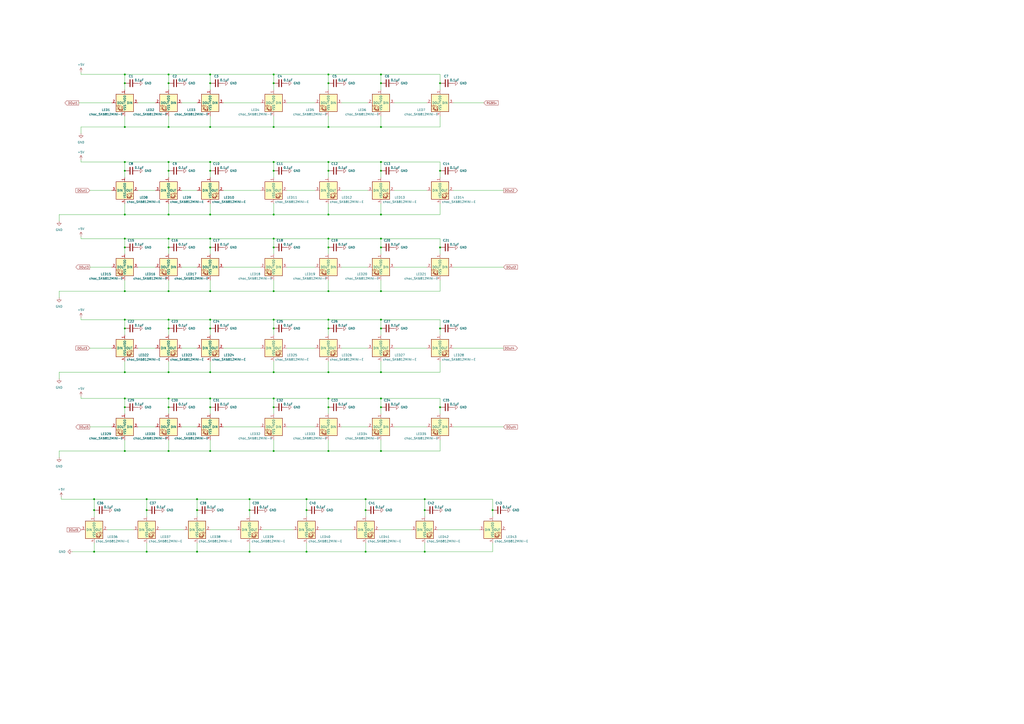
<source format=kicad_sch>
(kicad_sch (version 20231120) (generator "eeschema") (generator_version "8.0")
  (paper "A2")
  (junction (at 255.27 236.22))
  (junction (at 121.92 215.9))
  (junction (at 190.5 168.91))
  (junction (at 220.98 43.18))
  (junction (at 158.75 73.66))
  (junction (at 72.39 231.14))
  (junction (at 121.92 93.98))
  (junction (at 97.79 73.66))
  (junction (at 97.79 168.91))
  (junction (at 72.39 124.46))
  (junction (at 212.09 320.04))
  (junction (at 114.3 295.91))
  (junction (at 158.75 48.26))
  (junction (at 72.39 99.06))
  (junction (at 114.3 320.04))
  (junction (at 246.38 289.56))
  (junction (at 54.61 295.91))
  (junction (at 158.75 190.5))
  (junction (at 97.79 185.42))
  (junction (at 158.75 236.22))
  (junction (at 72.39 168.91))
  (junction (at 97.79 261.62))
  (junction (at 220.98 143.51))
  (junction (at 121.92 124.46))
  (junction (at 85.09 295.91))
  (junction (at 97.79 93.98))
  (junction (at 97.79 124.46))
  (junction (at 190.5 190.5))
  (junction (at 97.79 236.22))
  (junction (at 72.39 43.18))
  (junction (at 158.75 99.06))
  (junction (at 121.92 99.06))
  (junction (at 190.5 138.43))
  (junction (at 220.98 73.66))
  (junction (at 158.75 124.46))
  (junction (at 190.5 143.51))
  (junction (at 190.5 185.42))
  (junction (at 54.61 320.04))
  (junction (at 97.79 231.14))
  (junction (at 158.75 185.42))
  (junction (at 190.5 215.9))
  (junction (at 220.98 168.91))
  (junction (at 121.92 236.22))
  (junction (at 285.75 295.91))
  (junction (at 121.92 231.14))
  (junction (at 72.39 48.26))
  (junction (at 158.75 261.62))
  (junction (at 144.78 320.04))
  (junction (at 177.8 295.91))
  (junction (at 121.92 43.18))
  (junction (at 54.61 289.56))
  (junction (at 158.75 143.51))
  (junction (at 177.8 320.04))
  (junction (at 220.98 215.9))
  (junction (at 220.98 261.62))
  (junction (at 220.98 231.14))
  (junction (at 190.5 124.46))
  (junction (at 121.92 138.43))
  (junction (at 190.5 99.06))
  (junction (at 72.39 143.51))
  (junction (at 97.79 215.9))
  (junction (at 97.79 143.51))
  (junction (at 72.39 215.9))
  (junction (at 85.09 289.56))
  (junction (at 255.27 190.5))
  (junction (at 144.78 295.91))
  (junction (at 158.75 43.18))
  (junction (at 255.27 143.51))
  (junction (at 220.98 93.98))
  (junction (at 246.38 320.04))
  (junction (at 190.5 43.18))
  (junction (at 220.98 236.22))
  (junction (at 220.98 138.43))
  (junction (at 220.98 48.26))
  (junction (at 97.79 99.06))
  (junction (at 190.5 236.22))
  (junction (at 72.39 138.43))
  (junction (at 220.98 190.5))
  (junction (at 144.78 289.56))
  (junction (at 121.92 261.62))
  (junction (at 220.98 185.42))
  (junction (at 220.98 99.06))
  (junction (at 255.27 48.26))
  (junction (at 246.38 295.91))
  (junction (at 72.39 236.22))
  (junction (at 97.79 190.5))
  (junction (at 97.79 138.43))
  (junction (at 72.39 190.5))
  (junction (at 72.39 73.66))
  (junction (at 158.75 168.91))
  (junction (at 158.75 231.14))
  (junction (at 72.39 261.62))
  (junction (at 121.92 190.5))
  (junction (at 72.39 93.98))
  (junction (at 158.75 93.98))
  (junction (at 177.8 289.56))
  (junction (at 190.5 261.62))
  (junction (at 212.09 289.56))
  (junction (at 158.75 215.9))
  (junction (at 255.27 99.06))
  (junction (at 114.3 289.56))
  (junction (at 121.92 143.51))
  (junction (at 190.5 231.14))
  (junction (at 121.92 168.91))
  (junction (at 72.39 185.42))
  (junction (at 121.92 73.66))
  (junction (at 97.79 43.18))
  (junction (at 85.09 320.04))
  (junction (at 97.79 48.26))
  (junction (at 121.92 185.42))
  (junction (at 158.75 138.43))
  (junction (at 212.09 295.91))
  (junction (at 190.5 48.26))
  (junction (at 220.98 124.46))
  (junction (at 121.92 48.26))
  (junction (at 190.5 73.66))
  (junction (at 190.5 93.98))
  (wire (pts (xy 46.99 92.71) (xy 46.99 93.98)))
  (wire (pts (xy 144.78 289.56) (xy 144.78 295.91)))
  (wire (pts (xy 54.61 289.56) (xy 35.56 289.56)))
  (wire (pts (xy 198.12 201.93) (xy 213.36 201.93)))
  (wire (pts (xy 46.99 73.66) (xy 72.39 73.66)))
  (wire (pts (xy 190.5 73.66) (xy 220.98 73.66)))
  (wire (pts (xy 121.92 209.55) (xy 121.92 215.9)))
  (wire (pts (xy 158.75 102.87) (xy 158.75 99.06)))
  (wire (pts (xy 255.27 215.9) (xy 255.27 209.55)))
  (wire (pts (xy 129.54 201.93) (xy 151.13 201.93)))
  (wire (pts (xy 220.98 194.31) (xy 220.98 190.5)))
  (wire (pts (xy 97.79 102.87) (xy 97.79 99.06)))
  (wire (pts (xy 114.3 314.96) (xy 114.3 320.04)))
  (wire (pts (xy 158.75 209.55) (xy 158.75 215.9)))
  (wire (pts (xy 255.27 147.32) (xy 255.27 143.51)))
  (wire (pts (xy 198.12 154.94) (xy 213.36 154.94)))
  (wire (pts (xy 105.41 201.93) (xy 114.3 201.93)))
  (wire (pts (xy 228.6 247.65) (xy 247.65 247.65)))
  (wire (pts (xy 121.92 124.46) (xy 158.75 124.46)))
  (wire (pts (xy 285.75 299.72) (xy 285.75 295.91)))
  (wire (pts (xy 190.5 231.14) (xy 220.98 231.14)))
  (wire (pts (xy 105.41 154.94) (xy 114.3 154.94)))
  (wire (pts (xy 190.5 261.62) (xy 220.98 261.62)))
  (wire (pts (xy 121.92 48.26) (xy 121.92 43.18)))
  (wire (pts (xy 121.92 194.31) (xy 121.92 190.5)))
  (wire (pts (xy 129.54 154.94) (xy 151.13 154.94)))
  (wire (pts (xy 220.98 43.18) (xy 220.98 48.26)))
  (wire (pts (xy 34.29 261.62) (xy 72.39 261.62)))
  (wire (pts (xy 72.39 255.27) (xy 72.39 261.62)))
  (wire (pts (xy 72.39 194.31) (xy 72.39 190.5)))
  (wire (pts (xy 190.5 168.91) (xy 220.98 168.91)))
  (wire (pts (xy 158.75 147.32) (xy 158.75 143.51)))
  (wire (pts (xy 220.98 67.31) (xy 220.98 73.66)))
  (wire (pts (xy 255.27 138.43) (xy 255.27 143.51)))
  (wire (pts (xy 121.92 190.5) (xy 121.92 185.42)))
  (wire (pts (xy 144.78 299.72) (xy 144.78 295.91)))
  (wire (pts (xy 114.3 320.04) (xy 144.78 320.04)))
  (wire (pts (xy 121.92 52.07) (xy 121.92 48.26)))
  (wire (pts (xy 220.98 168.91) (xy 255.27 168.91)))
  (wire (pts (xy 220.98 93.98) (xy 255.27 93.98)))
  (wire (pts (xy 220.98 240.03) (xy 220.98 236.22)))
  (wire (pts (xy 46.99 231.14) (xy 72.39 231.14)))
  (wire (pts (xy 34.29 124.46) (xy 34.29 128.27)))
  (wire (pts (xy 46.99 229.87) (xy 46.99 231.14)))
  (wire (pts (xy 121.92 143.51) (xy 121.92 138.43)))
  (wire (pts (xy 158.75 118.11) (xy 158.75 124.46)))
  (wire (pts (xy 34.29 215.9) (xy 34.29 219.71)))
  (wire (pts (xy 144.78 289.56) (xy 177.8 289.56)))
  (wire (pts (xy 129.54 59.69) (xy 151.13 59.69)))
  (wire (pts (xy 158.75 168.91) (xy 190.5 168.91)))
  (wire (pts (xy 246.38 289.56) (xy 285.75 289.56)))
  (wire (pts (xy 72.39 215.9) (xy 97.79 215.9)))
  (wire (pts (xy 72.39 124.46) (xy 97.79 124.46)))
  (wire (pts (xy 121.92 99.06) (xy 121.92 93.98)))
  (wire (pts (xy 85.09 295.91) (xy 85.09 299.72)))
  (wire (pts (xy 219.71 307.34) (xy 238.76 307.34)))
  (wire (pts (xy 158.75 185.42) (xy 158.75 190.5)))
  (wire (pts (xy 72.39 67.31) (xy 72.39 73.66)))
  (wire (pts (xy 80.01 59.69) (xy 90.17 59.69)))
  (wire (pts (xy 220.98 261.62) (xy 255.27 261.62)))
  (wire (pts (xy 166.37 110.49) (xy 182.88 110.49)))
  (wire (pts (xy 97.79 93.98) (xy 121.92 93.98)))
  (wire (pts (xy 52.07 110.49) (xy 64.77 110.49)))
  (wire (pts (xy 97.79 240.03) (xy 97.79 236.22)))
  (wire (pts (xy 255.27 240.03) (xy 255.27 236.22)))
  (wire (pts (xy 220.98 124.46) (xy 255.27 124.46)))
  (wire (pts (xy 190.5 102.87) (xy 190.5 99.06)))
  (wire (pts (xy 166.37 59.69) (xy 182.88 59.69)))
  (wire (pts (xy 190.5 67.31) (xy 190.5 73.66)))
  (wire (pts (xy 121.92 93.98) (xy 158.75 93.98)))
  (wire (pts (xy 246.38 314.96) (xy 246.38 320.04)))
  (wire (pts (xy 220.98 147.32) (xy 220.98 143.51)))
  (wire (pts (xy 72.39 147.32) (xy 72.39 143.51)))
  (wire (pts (xy 72.39 138.43) (xy 97.79 138.43)))
  (wire (pts (xy 190.5 93.98) (xy 190.5 99.06)))
  (wire (pts (xy 105.41 59.69) (xy 114.3 59.69)))
  (wire (pts (xy 114.3 289.56) (xy 144.78 289.56)))
  (wire (pts (xy 97.79 255.27) (xy 97.79 261.62)))
  (wire (pts (xy 177.8 289.56) (xy 212.09 289.56)))
  (wire (pts (xy 72.39 168.91) (xy 97.79 168.91)))
  (wire (pts (xy 97.79 194.31) (xy 97.79 190.5)))
  (wire (pts (xy 158.75 231.14) (xy 190.5 231.14)))
  (wire (pts (xy 190.5 138.43) (xy 190.5 143.51)))
  (wire (pts (xy 158.75 93.98) (xy 158.75 99.06)))
  (wire (pts (xy 46.99 73.66) (xy 46.99 77.47)))
  (wire (pts (xy 158.75 261.62) (xy 190.5 261.62)))
  (wire (pts (xy 97.79 43.18) (xy 121.92 43.18)))
  (wire (pts (xy 255.27 93.98) (xy 255.27 99.06)))
  (wire (pts (xy 114.3 295.91) (xy 114.3 299.72)))
  (wire (pts (xy 158.75 73.66) (xy 190.5 73.66)))
  (wire (pts (xy 220.98 118.11) (xy 220.98 124.46)))
  (wire (pts (xy 220.98 209.55) (xy 220.98 215.9)))
  (wire (pts (xy 121.92 147.32) (xy 121.92 143.51)))
  (wire (pts (xy 34.29 168.91) (xy 72.39 168.91)))
  (wire (pts (xy 121.92 261.62) (xy 158.75 261.62)))
  (wire (pts (xy 46.99 184.15) (xy 46.99 185.42)))
  (wire (pts (xy 144.78 320.04) (xy 144.78 314.96)))
  (wire (pts (xy 97.79 261.62) (xy 121.92 261.62)))
  (wire (pts (xy 246.38 320.04) (xy 212.09 320.04)))
  (wire (pts (xy 46.99 43.18) (xy 72.39 43.18)))
  (wire (pts (xy 54.61 320.04) (xy 85.09 320.04)))
  (wire (pts (xy 158.75 138.43) (xy 158.75 143.51)))
  (wire (pts (xy 80.01 154.94) (xy 90.17 154.94)))
  (wire (pts (xy 158.75 215.9) (xy 190.5 215.9)))
  (wire (pts (xy 190.5 43.18) (xy 220.98 43.18)))
  (wire (pts (xy 262.89 59.69) (xy 280.67 59.69)))
  (wire (pts (xy 220.98 138.43) (xy 220.98 143.51)))
  (wire (pts (xy 198.12 247.65) (xy 213.36 247.65)))
  (wire (pts (xy 190.5 124.46) (xy 220.98 124.46)))
  (wire (pts (xy 85.09 320.04) (xy 114.3 320.04)))
  (wire (pts (xy 72.39 143.51) (xy 72.39 138.43)))
  (wire (pts (xy 158.75 93.98) (xy 190.5 93.98)))
  (wire (pts (xy 177.8 320.04) (xy 144.78 320.04)))
  (wire (pts (xy 212.09 314.96) (xy 212.09 320.04)))
  (wire (pts (xy 228.6 201.93) (xy 247.65 201.93)))
  (wire (pts (xy 34.29 215.9) (xy 72.39 215.9)))
  (wire (pts (xy 72.39 99.06) (xy 72.39 93.98)))
  (wire (pts (xy 198.12 110.49) (xy 213.36 110.49)))
  (wire (pts (xy 220.98 215.9) (xy 255.27 215.9)))
  (wire (pts (xy 158.75 67.31) (xy 158.75 73.66)))
  (wire (pts (xy 72.39 102.87) (xy 72.39 99.06)))
  (wire (pts (xy 80.01 110.49) (xy 90.17 110.49)))
  (wire (pts (xy 158.75 255.27) (xy 158.75 261.62)))
  (wire (pts (xy 34.29 261.62) (xy 34.29 265.43)))
  (wire (pts (xy 220.98 43.18) (xy 255.27 43.18)))
  (wire (pts (xy 46.99 138.43) (xy 72.39 138.43)))
  (wire (pts (xy 190.5 93.98) (xy 220.98 93.98)))
  (wire (pts (xy 185.42 307.34) (xy 204.47 307.34)))
  (wire (pts (xy 129.54 110.49) (xy 151.13 110.49)))
  (wire (pts (xy 97.79 190.5) (xy 97.79 185.42)))
  (wire (pts (xy 262.89 247.65) (xy 292.1 247.65)))
  (wire (pts (xy 190.5 138.43) (xy 220.98 138.43)))
  (wire (pts (xy 121.92 231.14) (xy 158.75 231.14)))
  (wire (pts (xy 158.75 185.42) (xy 190.5 185.42)))
  (wire (pts (xy 190.5 185.42) (xy 190.5 190.5)))
  (wire (pts (xy 121.92 102.87) (xy 121.92 99.06)))
  (wire (pts (xy 46.99 93.98) (xy 72.39 93.98)))
  (wire (pts (xy 255.27 52.07) (xy 255.27 48.26)))
  (wire (pts (xy 85.09 289.56) (xy 114.3 289.56)))
  (wire (pts (xy 97.79 147.32) (xy 97.79 143.51)))
  (wire (pts (xy 255.27 73.66) (xy 255.27 67.31)))
  (wire (pts (xy 262.89 154.94) (xy 292.1 154.94)))
  (wire (pts (xy 212.09 289.56) (xy 246.38 289.56)))
  (wire (pts (xy 97.79 67.31) (xy 97.79 73.66)))
  (wire (pts (xy 158.75 43.18) (xy 158.75 48.26)))
  (wire (pts (xy 220.98 255.27) (xy 220.98 261.62)))
  (wire (pts (xy 97.79 168.91) (xy 121.92 168.91)))
  (wire (pts (xy 190.5 215.9) (xy 220.98 215.9)))
  (wire (pts (xy 121.92 215.9) (xy 158.75 215.9)))
  (wire (pts (xy 97.79 231.14) (xy 121.92 231.14)))
  (wire (pts (xy 121.92 162.56) (xy 121.92 168.91)))
  (wire (pts (xy 72.39 236.22) (xy 72.39 231.14)))
  (wire (pts (xy 220.98 138.43) (xy 255.27 138.43)))
  (wire (pts (xy 285.75 289.56) (xy 285.75 295.91)))
  (wire (pts (xy 158.75 124.46) (xy 190.5 124.46)))
  (wire (pts (xy 72.39 162.56) (xy 72.39 168.91)))
  (wire (pts (xy 262.89 110.49) (xy 292.1 110.49)))
  (wire (pts (xy 285.75 314.96) (xy 285.75 320.04)))
  (wire (pts (xy 190.5 231.14) (xy 190.5 236.22)))
  (wire (pts (xy 158.75 194.31) (xy 158.75 190.5)))
  (wire (pts (xy 72.39 209.55) (xy 72.39 215.9)))
  (wire (pts (xy 121.92 185.42) (xy 158.75 185.42)))
  (wire (pts (xy 255.27 43.18) (xy 255.27 48.26)))
  (wire (pts (xy 190.5 194.31) (xy 190.5 190.5)))
  (wire (pts (xy 152.4 307.34) (xy 170.18 307.34)))
  (wire (pts (xy 72.39 190.5) (xy 72.39 185.42)))
  (wire (pts (xy 105.41 110.49) (xy 114.3 110.49)))
  (wire (pts (xy 121.92 73.66) (xy 158.75 73.66)))
  (wire (pts (xy 35.56 289.56) (xy 35.56 288.29)))
  (wire (pts (xy 54.61 295.91) (xy 54.61 299.72)))
  (wire (pts (xy 72.39 231.14) (xy 97.79 231.14)))
  (wire (pts (xy 228.6 110.49) (xy 247.65 110.49)))
  (wire (pts (xy 97.79 52.07) (xy 97.79 48.26)))
  (wire (pts (xy 190.5 118.11) (xy 190.5 124.46)))
  (wire (pts (xy 255.27 168.91) (xy 255.27 162.56)))
  (wire (pts (xy 72.39 52.07) (xy 72.39 48.26)))
  (wire (pts (xy 121.92 307.34) (xy 137.16 307.34)))
  (wire (pts (xy 255.27 102.87) (xy 255.27 99.06)))
  (wire (pts (xy 255.27 185.42) (xy 255.27 190.5)))
  (wire (pts (xy 72.39 118.11) (xy 72.39 124.46)))
  (wire (pts (xy 220.98 185.42) (xy 255.27 185.42)))
  (wire (pts (xy 97.79 138.43) (xy 121.92 138.43)))
  (wire (pts (xy 262.89 201.93) (xy 292.1 201.93)))
  (wire (pts (xy 190.5 185.42) (xy 220.98 185.42)))
  (wire (pts (xy 97.79 185.42) (xy 121.92 185.42)))
  (wire (pts (xy 212.09 289.56) (xy 212.09 295.91)))
  (wire (pts (xy 220.98 231.14) (xy 255.27 231.14)))
  (wire (pts (xy 121.92 255.27) (xy 121.92 261.62)))
  (wire (pts (xy 220.98 73.66) (xy 255.27 73.66)))
  (wire (pts (xy 212.09 299.72) (xy 212.09 295.91)))
  (wire (pts (xy 166.37 154.94) (xy 182.88 154.94)))
  (wire (pts (xy 190.5 52.07) (xy 190.5 48.26)))
  (wire (pts (xy 97.79 124.46) (xy 121.92 124.46)))
  (wire (pts (xy 72.39 240.03) (xy 72.39 236.22)))
  (wire (pts (xy 228.6 154.94) (xy 247.65 154.94)))
  (wire (pts (xy 121.92 168.91) (xy 158.75 168.91)))
  (wire (pts (xy 97.79 48.26) (xy 97.79 43.18)))
  (wire (pts (xy 285.75 320.04) (xy 246.38 320.04)))
  (wire (pts (xy 190.5 162.56) (xy 190.5 168.91)))
  (wire (pts (xy 177.8 299.72) (xy 177.8 295.91)))
  (wire (pts (xy 80.01 247.65) (xy 90.17 247.65)))
  (wire (pts (xy 121.92 118.11) (xy 121.92 124.46)))
  (wire (pts (xy 190.5 255.27) (xy 190.5 261.62)))
  (wire (pts (xy 228.6 59.69) (xy 247.65 59.69)))
  (wire (pts (xy 46.99 41.91) (xy 46.99 43.18)))
  (wire (pts (xy 121.92 240.03) (xy 121.92 236.22)))
  (wire (pts (xy 72.39 93.98) (xy 97.79 93.98)))
  (wire (pts (xy 190.5 209.55) (xy 190.5 215.9)))
  (wire (pts (xy 92.71 307.34) (xy 106.68 307.34)))
  (wire (pts (xy 190.5 147.32) (xy 190.5 143.51)))
  (wire (pts (xy 177.8 289.56) (xy 177.8 295.91)))
  (wire (pts (xy 190.5 240.03) (xy 190.5 236.22)))
  (wire (pts (xy 255.27 194.31) (xy 255.27 190.5)))
  (wire (pts (xy 54.61 295.91) (xy 54.61 289.56)))
  (wire (pts (xy 255.27 231.14) (xy 255.27 236.22)))
  (wire (pts (xy 52.07 154.94) (xy 64.77 154.94)))
  (wire (pts (xy 54.61 314.96) (xy 54.61 320.04)))
  (wire (pts (xy 129.54 247.65) (xy 151.13 247.65)))
  (wire (pts (xy 80.01 201.93) (xy 90.17 201.93)))
  (wire (pts (xy 54.61 289.56) (xy 85.09 289.56)))
  (wire (pts (xy 158.75 162.56) (xy 158.75 168.91)))
  (wire (pts (xy 220.98 185.42) (xy 220.98 190.5)))
  (wire (pts (xy 255.27 261.62) (xy 255.27 255.27)))
  (wire (pts (xy 72.39 73.66) (xy 97.79 73.66)))
  (wire (pts (xy 72.39 48.26) (xy 72.39 43.18)))
  (wire (pts (xy 105.41 247.65) (xy 114.3 247.65)))
  (wire (pts (xy 158.75 52.07) (xy 158.75 48.26)))
  (wire (pts (xy 97.79 73.66) (xy 121.92 73.66)))
  (wire (pts (xy 46.99 137.16) (xy 46.99 138.43)))
  (wire (pts (xy 190.5 43.18) (xy 190.5 48.26)))
  (wire (pts (xy 246.38 289.56) (xy 246.38 295.91)))
  (wire (pts (xy 166.37 247.65) (xy 182.88 247.65)))
  (wire (pts (xy 52.07 201.93) (xy 64.77 201.93)))
  (wire (pts (xy 72.39 185.42) (xy 97.79 185.42)))
  (wire (pts (xy 212.09 320.04) (xy 177.8 320.04)))
  (wire (pts (xy 220.98 93.98) (xy 220.98 99.06)))
  (wire (pts (xy 34.29 168.91) (xy 34.29 172.72)))
  (wire (pts (xy 158.75 138.43) (xy 190.5 138.43)))
  (wire (pts (xy 166.37 201.93) (xy 182.88 201.93)))
  (wire (pts (xy 246.38 299.72) (xy 246.38 295.91)))
  (wire (pts (xy 220.98 102.87) (xy 220.98 99.06)))
  (wire (pts (xy 254 307.34) (xy 278.13 307.34)))
  (wire (pts (xy 54.61 320.04) (xy 41.91 320.04)))
  (wire (pts (xy 114.3 289.56) (xy 114.3 295.91)))
  (wire (pts (xy 121.92 138.43) (xy 158.75 138.43)))
  (wire (pts (xy 97.79 99.06) (xy 97.79 93.98)))
  (wire (pts (xy 158.75 43.18) (xy 190.5 43.18)))
  (wire (pts (xy 220.98 231.14) (xy 220.98 236.22)))
  (wire (pts (xy 255.27 124.46) (xy 255.27 118.11)))
  (wire (pts (xy 72.39 43.18) (xy 97.79 43.18)))
  (wire (pts (xy 97.79 143.51) (xy 97.79 138.43)))
  (wire (pts (xy 97.79 118.11) (xy 97.79 124.46)))
  (wire (pts (xy 46.99 185.42) (xy 72.39 185.42)))
  (wire (pts (xy 97.79 162.56) (xy 97.79 168.91)))
  (wire (pts (xy 177.8 314.96) (xy 177.8 320.04)))
  (wire (pts (xy 85.09 314.96) (xy 85.09 320.04)))
  (wire (pts (xy 158.75 231.14) (xy 158.75 236.22)))
  (wire (pts (xy 121.92 236.22) (xy 121.92 231.14)))
  (wire (pts (xy 97.79 215.9) (xy 121.92 215.9)))
  (wire (pts (xy 34.29 124.46) (xy 72.39 124.46)))
  (wire (pts (xy 52.07 247.65) (xy 64.77 247.65)))
  (wire (pts (xy 97.79 209.55) (xy 97.79 215.9)))
  (wire (pts (xy 97.79 236.22) (xy 97.79 231.14)))
  (wire (pts (xy 45.72 59.69) (xy 64.77 59.69)))
  (wire (pts (xy 220.98 52.07) (xy 220.98 48.26)))
  (wire (pts (xy 158.75 240.03) (xy 158.75 236.22)))
  (wire (pts (xy 72.39 261.62) (xy 97.79 261.62)))
  (wire (pts (xy 220.98 162.56) (xy 220.98 168.91)))
  (wire (pts (xy 121.92 43.18) (xy 158.75 43.18)))
  (wire (pts (xy 62.23 307.34) (xy 77.47 307.34)))
  (wire (pts (xy 85.09 289.56) (xy 85.09 295.91)))
  (wire (pts (xy 198.12 59.69) (xy 213.36 59.69)))
  (wire (pts (xy 121.92 67.31) (xy 121.92 73.66)))
  (global_label "DOut2" (shape output) (at 292.1 110.49 0) (property "Intersheetrefs" "${INTERSHEET_REFS}" (effects (hide yes))))
  (global_label "RGB5v" (shape input) (at 280.67 59.69 0) (property "Intersheetrefs" "${INTERSHEET_REFS}" (effects (hide yes))))
  (global_label "DOut1" (shape output) (at 45.72 59.69 180) (property "Intersheetrefs" "${INTERSHEET_REFS}" (effects (hide yes))))
  (global_label "DOut5" (shape output) (at 52.07 247.65 180) (property "Intersheetrefs" "${INTERSHEET_REFS}" (effects (hide yes))))
  (global_label "DOut1" (shape input) (at 52.07 110.49 180) (property "Intersheetrefs" "${INTERSHEET_REFS}" (effects (hide yes))))
  (global_label "DOut5" (shape input) (at 46.99 307.34 180) (property "Intersheetrefs" "${INTERSHEET_REFS}" (effects (hide yes))))
  (global_label "DOut2" (shape input) (at 292.1 154.94 0) (property "Intersheetrefs" "${INTERSHEET_REFS}" (effects (hide yes))))
  (global_label "DOut3" (shape output) (at 52.07 154.94 180) (property "Intersheetrefs" "${INTERSHEET_REFS}" (effects (hide yes))))
  (global_label "DOut4" (shape output) (at 292.1 201.93 0) (property "Intersheetrefs" "${INTERSHEET_REFS}" (effects (hide yes))))
  (global_label "DOut3" (shape input) (at 52.07 201.93 180) (property "Intersheetrefs" "${INTERSHEET_REFS}" (effects (hide yes))))
  (global_label "DOut4" (shape input) (at 292.1 247.65 0) (property "Intersheetrefs" "${INTERSHEET_REFS}" (effects (hide yes))))
  (symbol (lib_id "power:GND") (at 198.12 143.51 90) (unit 1)
    (property "Reference" "#PWR039" (effects (hide yes)))
    (property "Value" "GND" (at 201.93 143.5099 90) (effects (justify right)))
    (property "Description" "Power symbol creates a global label with name \"GND\" , ground" (effects (hide yes)))
  )
  (symbol (lib_id "PCM_marbastlib-choc:choc_SK6812MINI-E") (at 255.27 201.93 0) (unit 1)
    (property "Reference" "LED28" (at 266.192 205.994 0))
    (property "Value" "choc_SK6812MINI-E" (at 266.192 208.534 0))
    (property "Footprint" "PCM_marbastlib-choc:LED_choc_6028R" (effects (hide yes)))
    (property "Description" "Reverse mount adressable LED (WS2812 protocol)" (effects (hide yes)))
  )
  (symbol (lib_id "power:GND") (at 228.6 99.06 90) (unit 1)
    (property "Reference" "#PWR031" (effects (hide yes)))
    (property "Value" "GND" (at 232.41 99.0599 90) (effects (justify right)))
    (property "Description" "Power symbol creates a global label with name \"GND\" , ground" (effects (hide yes)))
  )
  (symbol (lib_id "PCM_marbastlib-choc:choc_SK6812MINI-E") (at 121.92 247.65 0) (mirror y) (unit 1)
    (property "Reference" "LED31" (at 110.998 251.714 0))
    (property "Value" "choc_SK6812MINI-E" (at 110.998 254.254 0))
    (property "Footprint" "PCM_marbastlib-choc:LED_choc_6028R" (effects (hide yes)))
    (property "Description" "Reverse mount adressable LED (WS2812 protocol)" (effects (hide yes)))
  )
  (symbol (lib_id "Device:C") (at 224.79 99.06 90) (unit 1)
    (property "Reference" "C13" (at 224.536 94.996 90))
    (property "Value" "0.1uF" (at 229.362 97.282 90))
    (property "Footprint" "Capacitor_SMD:C_0402_1005Metric" (effects (hide yes)))
    (property "Description" "Unpolarized capacitor" (effects (hide yes)))
  )
  (symbol (lib_id "Device:C") (at 148.59 295.91 90) (unit 1)
    (property "Reference" "C39" (at 148.336 291.846 90))
    (property "Value" "0.1uF" (at 153.162 294.132 90))
    (property "Footprint" "Capacitor_SMD:C_0402_1005Metric" (effects (hide yes)))
    (property "Description" "Unpolarized capacitor" (effects (hide yes)))
  )
  (symbol (lib_id "power:GND") (at 152.4 295.91 90) (unit 1)
    (property "Reference" "#PWR079" (effects (hide yes)))
    (property "Value" "GND" (at 156.21 295.9099 90) (effects (justify right)))
    (property "Description" "Power symbol creates a global label with name \"GND\" , ground" (effects (hide yes)))
  )
  (symbol (lib_id "PCM_marbastlib-choc:choc_SK6812MINI-E") (at 158.75 110.49 0) (unit 1)
    (property "Reference" "LED11" (at 169.418 114.554 0))
    (property "Value" "choc_SK6812MINI-E" (at 169.418 117.094 0))
    (property "Footprint" "PCM_marbastlib-choc:LED_choc_6028R" (effects (hide yes)))
    (property "Description" "Reverse mount adressable LED (WS2812 protocol)" (effects (hide yes)))
  )
  (symbol (lib_id "Device:C") (at 118.11 295.91 90) (unit 1)
    (property "Reference" "C38" (at 117.856 291.846 90))
    (property "Value" "0.1uF" (at 122.682 294.132 90))
    (property "Footprint" "Capacitor_SMD:C_0402_1005Metric" (effects (hide yes)))
    (property "Description" "Unpolarized capacitor" (effects (hide yes)))
  )
  (symbol (lib_id "PCM_marbastlib-choc:choc_SK6812MINI-E") (at 114.3 307.34 0) (unit 1)
    (property "Reference" "LED38" (at 124.968 311.404 0))
    (property "Value" "choc_SK6812MINI-E" (at 124.968 313.944 0))
    (property "Footprint" "PCM_marbastlib-choc:LED_choc_6028R" (effects (hide yes)))
    (property "Description" "Reverse mount adressable LED (WS2812 protocol)" (effects (hide yes)))
  )
  (symbol (lib_id "PCM_marbastlib-choc:choc_SK6812MINI-E") (at 158.75 59.69 0) (mirror y) (unit 1)
    (property "Reference" "LED4" (at 148.082 63.754 0))
    (property "Value" "choc_SK6812MINI-E" (at 148.082 66.294 0))
    (property "Footprint" "PCM_marbastlib-choc:LED_choc_6028R" (effects (hide yes)))
    (property "Description" "Reverse mount adressable LED (WS2812 protocol)" (effects (hide yes)))
  )
  (symbol (lib_id "Device:C") (at 162.56 143.51 90) (unit 1)
    (property "Reference" "C18" (at 162.306 139.446 90))
    (property "Value" "0.1uF" (at 167.132 141.732 90))
    (property "Footprint" "Capacitor_SMD:C_0402_1005Metric" (effects (hide yes)))
    (property "Description" "Unpolarized capacitor" (effects (hide yes)))
  )
  (symbol (lib_id "power:GND") (at 80.01 99.06 90) (unit 1)
    (property "Reference" "#PWR026" (effects (hide yes)))
    (property "Value" "GND" (at 83.82 99.0599 90) (effects (justify right)))
    (property "Description" "Power symbol creates a global label with name \"GND\" , ground" (effects (hide yes)))
  )
  (symbol (lib_id "power:GND") (at 105.41 190.5 90) (unit 1)
    (property "Reference" "#PWR045" (effects (hide yes)))
    (property "Value" "GND" (at 109.22 190.4999 90) (effects (justify right)))
    (property "Description" "Power symbol creates a global label with name \"GND\" , ground" (effects (hide yes)))
  )
  (symbol (lib_id "PCM_marbastlib-choc:choc_SK6812MINI-E") (at 97.79 59.69 0) (mirror y) (unit 1)
    (property "Reference" "LED2" (at 87.122 63.754 0))
    (property "Value" "choc_SK6812MINI-E" (at 87.122 66.294 0))
    (property "Footprint" "PCM_marbastlib-choc:LED_choc_6028R" (effects (hide yes)))
    (property "Description" "Reverse mount adressable LED (WS2812 protocol)" (effects (hide yes)))
  )
  (symbol (lib_id "PCM_marbastlib-choc:choc_SK6812MINI-E") (at 255.27 110.49 0) (unit 1)
    (property "Reference" "LED14" (at 266.192 114.554 0))
    (property "Value" "choc_SK6812MINI-E" (at 266.192 117.094 0))
    (property "Footprint" "PCM_marbastlib-choc:LED_choc_6028R" (effects (hide yes)))
    (property "Description" "Reverse mount adressable LED (WS2812 protocol)" (effects (hide yes)))
  )
  (symbol (lib_id "Device:C") (at 76.2 143.51 90) (unit 1)
    (property "Reference" "C15" (at 75.946 139.446 90))
    (property "Value" "0.1uF" (at 80.772 141.732 90))
    (property "Footprint" "Capacitor_SMD:C_0402_1005Metric" (effects (hide yes)))
    (property "Description" "Unpolarized capacitor" (effects (hide yes)))
  )
  (symbol (lib_id "power:GND") (at 198.12 48.26 90) (unit 1)
    (property "Reference" "#PWR021" (effects (hide yes)))
    (property "Value" "GND" (at 201.93 48.2599 90) (effects (justify right)))
    (property "Description" "Power symbol creates a global label with name \"GND\" , ground" (effects (hide yes)))
  )
  (symbol (lib_id "Device:C") (at 250.19 295.91 90) (unit 1)
    (property "Reference" "C42" (at 249.936 291.846 90))
    (property "Value" "0.1uF" (at 254.762 294.132 90))
    (property "Footprint" "Capacitor_SMD:C_0402_1005Metric" (effects (hide yes)))
    (property "Description" "Unpolarized capacitor" (effects (hide yes)))
  )
  (symbol (lib_id "Device:C") (at 259.08 99.06 90) (unit 1)
    (property "Reference" "C14" (at 258.826 94.996 90))
    (property "Value" "0.1uF" (at 263.652 97.282 90))
    (property "Footprint" "Capacitor_SMD:C_0402_1005Metric" (effects (hide yes)))
    (property "Description" "Unpolarized capacitor" (effects (hide yes)))
  )
  (symbol (lib_id "power:GND") (at 92.71 295.91 90) (unit 1)
    (property "Reference" "#PWR077" (effects (hide yes)))
    (property "Value" "GND" (at 96.52 295.9099 90) (effects (justify right)))
    (property "Description" "Power symbol creates a global label with name \"GND\" , ground" (effects (hide yes)))
  )
  (symbol (lib_id "power:GND") (at 254 295.91 90) (unit 1)
    (property "Reference" "#PWR084" (effects (hide yes)))
    (property "Value" "GND" (at 257.81 295.9099 90) (effects (justify right)))
    (property "Description" "Power symbol creates a global label with name \"GND\" , ground" (effects (hide yes)))
  )
  (symbol (lib_id "Device:C") (at 194.31 48.26 90) (unit 1)
    (property "Reference" "C5" (at 194.056 44.196 90))
    (property "Value" "0.1uF" (at 198.882 46.482 90))
    (property "Footprint" "Capacitor_SMD:C_0402_1005Metric" (effects (hide yes)))
    (property "Description" "Unpolarized capacitor" (effects (hide yes)))
  )
  (symbol (lib_id "Device:C") (at 101.6 143.51 90) (unit 1)
    (property "Reference" "C16" (at 101.346 139.446 90))
    (property "Value" "0.1uF" (at 106.172 141.732 90))
    (property "Footprint" "Capacitor_SMD:C_0402_1005Metric" (effects (hide yes)))
    (property "Description" "Unpolarized capacitor" (effects (hide yes)))
  )
  (symbol (lib_id "power:GND") (at 262.89 48.26 90) (unit 1)
    (property "Reference" "#PWR023" (effects (hide yes)))
    (property "Value" "GND" (at 266.7 48.2599 90) (effects (justify right)))
    (property "Description" "Power symbol creates a global label with name \"GND\" , ground" (effects (hide yes)))
  )
  (symbol (lib_id "power:GND") (at 166.37 48.26 90) (unit 1)
    (property "Reference" "#PWR020" (effects (hide yes)))
    (property "Value" "GND" (at 170.18 48.2599 90) (effects (justify right)))
    (property "Description" "Power symbol creates a global label with name \"GND\" , ground" (effects (hide yes)))
  )
  (symbol (lib_id "Device:C") (at 58.42 295.91 90) (unit 1)
    (property "Reference" "C36" (at 58.166 291.846 90))
    (property "Value" "0.1uF" (at 62.992 294.132 90))
    (property "Footprint" "Capacitor_SMD:C_0402_1005Metric" (effects (hide yes)))
    (property "Description" "Unpolarized capacitor" (effects (hide yes)))
  )
  (symbol (lib_id "power:GND") (at 80.01 48.26 90) (unit 1)
    (property "Reference" "#PWR017" (effects (hide yes)))
    (property "Value" "GND" (at 83.82 48.2599 90) (effects (justify right)))
    (property "Description" "Power symbol creates a global label with name \"GND\" , ground" (effects (hide yes)))
  )
  (symbol (lib_id "power:GND") (at 34.29 219.71 0) (unit 1)
    (property "Reference" "#PWR051" (effects (hide yes)))
    (property "Value" "GND" (at 34.29 224.79 0))
    (property "Description" "Power symbol creates a global label with name \"GND\" , ground" (effects (hide yes)))
  )
  (symbol (lib_id "PCM_marbastlib-choc:choc_SK6812MINI-E") (at 97.79 110.49 0) (unit 1)
    (property "Reference" "LED9" (at 108.458 114.554 0))
    (property "Value" "choc_SK6812MINI-E" (at 108.458 117.094 0))
    (property "Footprint" "PCM_marbastlib-choc:LED_choc_6028R" (effects (hide yes)))
    (property "Description" "Reverse mount adressable LED (WS2812 protocol)" (effects (hide yes)))
  )
  (symbol (lib_id "power:GND") (at 62.23 295.91 90) (unit 1)
    (property "Reference" "#PWR076" (effects (hide yes)))
    (property "Value" "GND" (at 66.04 295.9099 90) (effects (justify right)))
    (property "Description" "Power symbol creates a global label with name \"GND\" , ground" (effects (hide yes)))
  )
  (symbol (lib_id "power:GND") (at 198.12 99.06 90) (unit 1)
    (property "Reference" "#PWR030" (effects (hide yes)))
    (property "Value" "GND" (at 201.93 99.0599 90) (effects (justify right)))
    (property "Description" "Power symbol creates a global label with name \"GND\" , ground" (effects (hide yes)))
  )
  (symbol (lib_id "PCM_marbastlib-choc:choc_SK6812MINI-E") (at 220.98 110.49 0) (unit 1)
    (property "Reference" "LED13" (at 231.902 114.554 0))
    (property "Value" "choc_SK6812MINI-E" (at 231.902 117.094 0))
    (property "Footprint" "PCM_marbastlib-choc:LED_choc_6028R" (effects (hide yes)))
    (property "Description" "Reverse mount adressable LED (WS2812 protocol)" (effects (hide yes)))
  )
  (symbol (lib_id "Device:C") (at 162.56 236.22 90) (unit 1)
    (property "Reference" "C32" (at 162.306 232.156 90))
    (property "Value" "0.1uF" (at 167.132 234.442 90))
    (property "Footprint" "Capacitor_SMD:C_0402_1005Metric" (effects (hide yes)))
    (property "Description" "Unpolarized capacitor" (effects (hide yes)))
  )
  (symbol (lib_id "power:GND") (at 262.89 236.22 90) (unit 1)
    (property "Reference" "#PWR059" (effects (hide yes)))
    (property "Value" "GND" (at 266.7 236.2199 90) (effects (justify right)))
    (property "Description" "Power symbol creates a global label with name \"GND\" , ground" (effects (hide yes)))
  )
  (symbol (lib_id "PCM_marbastlib-choc:choc_SK6812MINI-E") (at 177.8 307.34 0) (unit 1)
    (property "Reference" "LED40" (at 188.722 311.404 0))
    (property "Value" "choc_SK6812MINI-E" (at 188.722 313.944 0))
    (property "Footprint" "PCM_marbastlib-choc:LED_choc_6028R" (effects (hide yes)))
    (property "Description" "Reverse mount adressable LED (WS2812 protocol)" (effects (hide yes)))
  )
  (symbol (lib_id "PCM_marbastlib-choc:choc_SK6812MINI-E") (at 121.92 110.49 0) (unit 1)
    (property "Reference" "LED10" (at 132.842 114.554 0))
    (property "Value" "choc_SK6812MINI-E" (at 132.842 117.094 0))
    (property "Footprint" "PCM_marbastlib-choc:LED_choc_6028R" (effects (hide yes)))
    (property "Description" "Reverse mount adressable LED (WS2812 protocol)" (effects (hide yes)))
  )
  (symbol (lib_id "power:GND") (at 129.54 143.51 90) (unit 1)
    (property "Reference" "#PWR037" (effects (hide yes)))
    (property "Value" "GND" (at 133.35 143.5099 90) (effects (justify right)))
    (property "Description" "Power symbol creates a global label with name \"GND\" , ground" (effects (hide yes)))
  )
  (symbol (lib_id "power:GND") (at 105.41 48.26 90) (unit 1)
    (property "Reference" "#PWR018" (effects (hide yes)))
    (property "Value" "GND" (at 109.22 48.2599 90) (effects (justify right)))
    (property "Description" "Power symbol creates a global label with name \"GND\" , ground" (effects (hide yes)))
  )
  (symbol (lib_id "PCM_marbastlib-choc:choc_SK6812MINI-E") (at 220.98 154.94 0) (mirror y) (unit 1)
    (property "Reference" "LED20" (at 210.058 159.004 0))
    (property "Value" "choc_SK6812MINI-E" (at 210.058 161.544 0))
    (property "Footprint" "PCM_marbastlib-choc:LED_choc_6028R" (effects (hide yes)))
    (property "Description" "Reverse mount adressable LED (WS2812 protocol)" (effects (hide yes)))
  )
  (symbol (lib_id "power:GND") (at 293.37 295.91 90) (unit 1)
    (property "Reference" "#PWR085" (effects (hide yes)))
    (property "Value" "GND" (at 297.18 295.9099 90) (effects (justify right)))
    (property "Description" "Power symbol creates a global label with name \"GND\" , ground" (effects (hide yes)))
  )
  (symbol (lib_id "PCM_marbastlib-choc:choc_SK6812MINI-E") (at 158.75 201.93 0) (unit 1)
    (property "Reference" "LED25" (at 169.418 205.994 0))
    (property "Value" "choc_SK6812MINI-E" (at 169.418 208.534 0))
    (property "Footprint" "PCM_marbastlib-choc:LED_choc_6028R" (effects (hide yes)))
    (property "Description" "Reverse mount adressable LED (WS2812 protocol)" (effects (hide yes)))
  )
  (symbol (lib_id "power:GND") (at 185.42 295.91 90) (unit 1)
    (property "Reference" "#PWR082" (effects (hide yes)))
    (property "Value" "GND" (at 189.23 295.9099 90) (effects (justify right)))
    (property "Description" "Power symbol creates a global label with name \"GND\" , ground" (effects (hide yes)))
  )
  (symbol (lib_id "Device:C") (at 88.9 295.91 90) (unit 1)
    (property "Reference" "C37" (at 88.646 291.846 90))
    (property "Value" "0.1uF" (at 93.472 294.132 90))
    (property "Footprint" "Capacitor_SMD:C_0402_1005Metric" (effects (hide yes)))
    (property "Description" "Unpolarized capacitor" (effects (hide yes)))
  )
  (symbol (lib_id "Device:C") (at 76.2 190.5 90) (unit 1)
    (property "Reference" "C22" (at 75.946 186.436 90))
    (property "Value" "0.1uF" (at 80.772 188.722 90))
    (property "Footprint" "Capacitor_SMD:C_0402_1005Metric" (effects (hide yes)))
    (property "Description" "Unpolarized capacitor" (effects (hide yes)))
  )
  (symbol (lib_id "PCM_marbastlib-choc:choc_SK6812MINI-E") (at 85.09 307.34 0) (unit 1)
    (property "Reference" "LED37" (at 96.012 311.404 0))
    (property "Value" "choc_SK6812MINI-E" (at 96.012 313.944 0))
    (property "Footprint" "PCM_marbastlib-choc:LED_choc_6028R" (effects (hide yes)))
    (property "Description" "Reverse mount adressable LED (WS2812 protocol)" (effects (hide yes)))
  )
  (symbol (lib_id "Device:C") (at 224.79 143.51 90) (unit 1)
    (property "Reference" "C20" (at 224.536 139.446 90))
    (property "Value" "0.1uF" (at 229.362 141.732 90))
    (property "Footprint" "Capacitor_SMD:C_0402_1005Metric" (effects (hide yes)))
    (property "Description" "Unpolarized capacitor" (effects (hide yes)))
  )
  (symbol (lib_id "power:GND") (at 262.89 143.51 90) (unit 1)
    (property "Reference" "#PWR041" (effects (hide yes)))
    (property "Value" "GND" (at 266.7 143.5099 90) (effects (justify right)))
    (property "Description" "Power symbol creates a global label with name \"GND\" , ground" (effects (hide yes)))
  )
  (symbol (lib_id "power:GND") (at 80.01 190.5 90) (unit 1)
    (property "Reference" "#PWR044" (effects (hide yes)))
    (property "Value" "GND" (at 83.82 190.4999 90) (effects (justify right)))
    (property "Description" "Power symbol creates a global label with name \"GND\" , ground" (effects (hide yes)))
  )
  (symbol (lib_id "PCM_marbastlib-choc:choc_SK6812MINI-E") (at 220.98 201.93 0) (unit 1)
    (property "Reference" "LED27" (at 231.902 205.994 0))
    (property "Value" "choc_SK6812MINI-E" (at 231.902 208.534 0))
    (property "Footprint" "PCM_marbastlib-choc:LED_choc_6028R" (effects (hide yes)))
    (property "Description" "Reverse mount adressable LED (WS2812 protocol)" (effects (hide yes)))
  )
  (symbol (lib_id "Device:C") (at 162.56 99.06 90) (unit 1)
    (property "Reference" "C11" (at 162.306 94.996 90))
    (property "Value" "0.1uF" (at 167.132 97.282 90))
    (property "Footprint" "Capacitor_SMD:C_0402_1005Metric" (effects (hide yes)))
    (property "Description" "Unpolarized capacitor" (effects (hide yes)))
  )
  (symbol (lib_id "Device:C") (at 259.08 143.51 90) (unit 1)
    (property "Reference" "C21" (at 258.826 139.446 90))
    (property "Value" "0.1uF" (at 263.652 141.732 90))
    (property "Footprint" "Capacitor_SMD:C_0402_1005Metric" (effects (hide yes)))
    (property "Description" "Unpolarized capacitor" (effects (hide yes)))
  )
  (symbol (lib_id "PCM_marbastlib-choc:choc_SK6812MINI-E") (at 121.92 201.93 0) (unit 1)
    (property "Reference" "LED24" (at 132.842 205.994 0))
    (property "Value" "choc_SK6812MINI-E" (at 132.842 208.534 0))
    (property "Footprint" "PCM_marbastlib-choc:LED_choc_6028R" (effects (hide yes)))
    (property "Description" "Reverse mount adressable LED (WS2812 protocol)" (effects (hide yes)))
  )
  (symbol (lib_id "Device:C") (at 181.61 295.91 90) (unit 1)
    (property "Reference" "C40" (at 181.356 291.846 90))
    (property "Value" "0.1uF" (at 186.182 294.132 90))
    (property "Footprint" "Capacitor_SMD:C_0402_1005Metric" (effects (hide yes)))
    (property "Description" "Unpolarized capacitor" (effects (hide yes)))
  )
  (symbol (lib_id "PCM_marbastlib-choc:choc_SK6812MINI-E") (at 97.79 201.93 0) (unit 1)
    (property "Reference" "LED23" (at 108.458 205.994 0))
    (property "Value" "choc_SK6812MINI-E" (at 108.458 208.534 0))
    (property "Footprint" "PCM_marbastlib-choc:LED_choc_6028R" (effects (hide yes)))
    (property "Description" "Reverse mount adressable LED (WS2812 protocol)" (effects (hide yes)))
  )
  (symbol (lib_id "power:GND") (at 166.37 143.51 90) (unit 1)
    (property "Reference" "#PWR038" (effects (hide yes)))
    (property "Value" "GND" (at 170.18 143.5099 90) (effects (justify right)))
    (property "Description" "Power symbol creates a global label with name \"GND\" , ground" (effects (hide yes)))
  )
  (symbol (lib_id "power:GND") (at 41.91 320.04 270) (unit 1)
    (property "Reference" "#PWR080" (effects (hide yes)))
    (property "Value" "GND" (at 38.1 320.0399 90) (effects (justify right)))
    (property "Description" "Power symbol creates a global label with name \"GND\" , ground" (effects (hide yes)))
  )
  (symbol (lib_id "power:GND") (at 34.29 265.43 0) (unit 1)
    (property "Reference" "#PWR074" (effects (hide yes)))
    (property "Value" "GND" (at 34.29 270.51 0))
    (property "Description" "Power symbol creates a global label with name \"GND\" , ground" (effects (hide yes)))
  )
  (symbol (lib_id "power:GND") (at 198.12 190.5 90) (unit 1)
    (property "Reference" "#PWR048" (effects (hide yes)))
    (property "Value" "GND" (at 201.93 190.4999 90) (effects (justify right)))
    (property "Description" "Power symbol creates a global label with name \"GND\" , ground" (effects (hide yes)))
  )
  (symbol (lib_id "Device:C") (at 76.2 48.26 90) (unit 1)
    (property "Reference" "C1" (at 75.946 44.196 90))
    (property "Value" "0.1uF" (at 80.772 46.482 90))
    (property "Footprint" "Capacitor_SMD:C_0402_1005Metric" (effects (hide yes)))
    (property "Description" "Unpolarized capacitor" (effects (hide yes)))
  )
  (symbol (lib_id "PCM_marbastlib-choc:choc_SK6812MINI-E") (at 144.78 307.34 0) (unit 1)
    (property "Reference" "LED39" (at 155.702 311.404 0))
    (property "Value" "choc_SK6812MINI-E" (at 155.702 313.944 0))
    (property "Footprint" "PCM_marbastlib-choc:LED_choc_6028R" (effects (hide yes)))
    (property "Description" "Reverse mount adressable LED (WS2812 protocol)" (effects (hide yes)))
  )
  (symbol (lib_id "power:GND") (at 46.99 77.47 0) (unit 1)
    (property "Reference" "#PWR024" (effects (hide yes)))
    (property "Value" "GND" (at 46.99 82.55 0))
    (property "Description" "Power symbol creates a global label with name \"GND\" , ground" (effects (hide yes)))
  )
  (symbol (lib_id "Device:C") (at 125.73 48.26 90) (unit 1)
    (property "Reference" "C3" (at 125.476 44.196 90))
    (property "Value" "0.1uF" (at 130.302 46.482 90))
    (property "Footprint" "Capacitor_SMD:C_0402_1005Metric" (effects (hide yes)))
    (property "Description" "Unpolarized capacitor" (effects (hide yes)))
  )
  (symbol (lib_id "power:GND") (at 105.41 143.51 90) (unit 1)
    (property "Reference" "#PWR036" (effects (hide yes)))
    (property "Value" "GND" (at 109.22 143.5099 90) (effects (justify right)))
    (property "Description" "Power symbol creates a global label with name \"GND\" , ground" (effects (hide yes)))
  )
  (symbol (lib_id "power:GND") (at 166.37 190.5 90) (unit 1)
    (property "Reference" "#PWR047" (effects (hide yes)))
    (property "Value" "GND" (at 170.18 190.4999 90) (effects (justify right)))
    (property "Description" "Power symbol creates a global label with name \"GND\" , ground" (effects (hide yes)))
  )
  (symbol (lib_id "PCM_marbastlib-choc:choc_SK6812MINI-E") (at 255.27 59.69 0) (mirror y) (unit 1)
    (property "Reference" "LED7" (at 244.348 63.754 0))
    (property "Value" "choc_SK6812MINI-E" (at 244.348 66.294 0))
    (property "Footprint" "PCM_marbastlib-choc:LED_choc_6028R" (effects (hide yes)))
    (property "Description" "Reverse mount adressable LED (WS2812 protocol)" (effects (hide yes)))
  )
  (symbol (lib_id "Device:C") (at 125.73 236.22 90) (unit 1)
    (property "Reference" "C31" (at 125.476 232.156 90))
    (property "Value" "0.1uF" (at 130.302 234.442 90))
    (property "Footprint" "Capacitor_SMD:C_0402_1005Metric" (effects (hide yes)))
    (property "Description" "Unpolarized capacitor" (effects (hide yes)))
  )
  (symbol (lib_id "power:GND") (at 228.6 143.51 90) (unit 1)
    (property "Reference" "#PWR040" (effects (hide yes)))
    (property "Value" "GND" (at 232.41 143.5099 90) (effects (justify right)))
    (property "Description" "Power symbol creates a global label with name \"GND\" , ground" (effects (hide yes)))
  )
  (symbol (lib_id "Device:C") (at 224.79 190.5 90) (unit 1)
    (property "Reference" "C27" (at 224.536 186.436 90))
    (property "Value" "0.1uF" (at 229.362 188.722 90))
    (property "Footprint" "Capacitor_SMD:C_0402_1005Metric" (effects (hide yes)))
    (property "Description" "Unpolarized capacitor" (effects (hide yes)))
  )
  (symbol (lib_id "Device:C") (at 194.31 190.5 90) (unit 1)
    (property "Reference" "C26" (at 194.056 186.436 90))
    (property "Value" "0.1uF" (at 198.882 188.722 90))
    (property "Footprint" "Capacitor_SMD:C_0402_1005Metric" (effects (hide yes)))
    (property "Description" "Unpolarized capacitor" (effects (hide yes)))
  )
  (symbol (lib_id "PCM_marbastlib-choc:choc_SK6812MINI-E") (at 255.27 154.94 0) (mirror y) (unit 1)
    (property "Reference" "LED21" (at 244.348 159.004 0))
    (property "Value" "choc_SK6812MINI-E" (at 244.348 161.544 0))
    (property "Footprint" "PCM_marbastlib-choc:LED_choc_6028R" (effects (hide yes)))
    (property "Description" "Reverse mount adressable LED (WS2812 protocol)" (effects (hide yes)))
  )
  (symbol (lib_id "Device:C") (at 125.73 190.5 90) (unit 1)
    (property "Reference" "C24" (at 125.476 186.436 90))
    (property "Value" "0.1uF" (at 130.302 188.722 90))
    (property "Footprint" "Capacitor_SMD:C_0402_1005Metric" (effects (hide yes)))
    (property "Description" "Unpolarized capacitor" (effects (hide yes)))
  )
  (symbol (lib_id "power:GND") (at 34.29 128.27 0) (unit 1)
    (property "Reference" "#PWR033" (effects (hide yes)))
    (property "Value" "GND" (at 34.29 133.35 0))
    (property "Description" "Power symbol creates a global label with name \"GND\" , ground" (effects (hide yes)))
  )
  (symbol (lib_id "PCM_marbastlib-choc:choc_SK6812MINI-E") (at 72.39 201.93 0) (unit 1)
    (property "Reference" "LED22" (at 83.312 205.994 0))
    (property "Value" "choc_SK6812MINI-E" (at 83.312 208.534 0))
    (property "Footprint" "PCM_marbastlib-choc:LED_choc_6028R" (effects (hide yes)))
    (property "Description" "Reverse mount adressable LED (WS2812 protocol)" (effects (hide yes)))
  )
  (symbol (lib_id "power:GND") (at 228.6 48.26 90) (unit 1)
    (property "Reference" "#PWR022" (effects (hide yes)))
    (property "Value" "GND" (at 232.41 48.2599 90) (effects (justify right)))
    (property "Description" "Power symbol creates a global label with name \"GND\" , ground" (effects (hide yes)))
  )
  (symbol (lib_id "Device:C") (at 76.2 99.06 90) (unit 1)
    (property "Reference" "C8" (at 75.946 94.996 90))
    (property "Value" "0.1uF" (at 80.772 97.282 90))
    (property "Footprint" "Capacitor_SMD:C_0402_1005Metric" (effects (hide yes)))
    (property "Description" "Unpolarized capacitor" (effects (hide yes)))
  )
  (symbol (lib_id "PCM_marbastlib-choc:choc_SK6812MINI-E") (at 158.75 247.65 0) (mirror y) (unit 1)
    (property "Reference" "LED32" (at 148.082 251.714 0))
    (property "Value" "choc_SK6812MINI-E" (at 148.082 254.254 0))
    (property "Footprint" "PCM_marbastlib-choc:LED_choc_6028R" (effects (hide yes)))
    (property "Description" "Reverse mount adressable LED (WS2812 protocol)" (effects (hide yes)))
  )
  (symbol (lib_id "power:GND") (at 80.01 236.22 90) (unit 1)
    (property "Reference" "#PWR053" (effects (hide yes)))
    (property "Value" "GND" (at 83.82 236.2199 90) (effects (justify right)))
    (property "Description" "Power symbol creates a global label with name \"GND\" , ground" (effects (hide yes)))
  )
  (symbol (lib_id "Device:C") (at 76.2 236.22 90) (unit 1)
    (property "Reference" "C29" (at 75.946 232.156 90))
    (property "Value" "0.1uF" (at 80.772 234.442 90))
    (property "Footprint" "Capacitor_SMD:C_0402_1005Metric" (effects (hide yes)))
    (property "Description" "Unpolarized capacitor" (effects (hide yes)))
  )
  (symbol (lib_name "+5V_1") (lib_id "power:+5V") (at 46.99 229.87 0) (unit 1)
    (property "Reference" "#PWR052" (effects (hide yes)))
    (property "Value" "+5V" (at 46.99 225.425 0))
  )
  (symbol (lib_id "Device:C") (at 194.31 99.06 90) (unit 1)
    (property "Reference" "C12" (at 194.056 94.996 90))
    (property "Value" "0.1uF" (at 198.882 97.282 90))
    (property "Footprint" "Capacitor_SMD:C_0402_1005Metric" (effects (hide yes)))
    (property "Description" "Unpolarized capacitor" (effects (hide yes)))
  )
  (symbol (lib_id "power:GND") (at 121.92 295.91 90) (unit 1)
    (property "Reference" "#PWR078" (effects (hide yes)))
    (property "Value" "GND" (at 125.73 295.9099 90) (effects (justify right)))
    (property "Description" "Power symbol creates a global label with name \"GND\" , ground" (effects (hide yes)))
  )
  (symbol (lib_id "Device:C") (at 289.56 295.91 90) (unit 1)
    (property "Reference" "C43" (at 289.306 291.846 90))
    (property "Value" "0.1uF" (at 294.132 294.132 90))
    (property "Footprint" "Capacitor_SMD:C_0402_1005Metric" (effects (hide yes)))
    (property "Description" "Unpolarized capacitor" (effects (hide yes)))
  )
  (symbol (lib_id "power:GND") (at 198.12 236.22 90) (unit 1)
    (property "Reference" "#PWR057" (effects (hide yes)))
    (property "Value" "GND" (at 201.93 236.2199 90) (effects (justify right)))
    (property "Description" "Power symbol creates a global label with name \"GND\" , ground" (effects (hide yes)))
  )
  (symbol (lib_id "Device:C") (at 215.9 295.91 90) (unit 1)
    (property "Reference" "C41" (at 215.646 291.846 90))
    (property "Value" "0.1uF" (at 220.472 294.132 90))
    (property "Footprint" "Capacitor_SMD:C_0402_1005Metric" (effects (hide yes)))
    (property "Description" "Unpolarized capacitor" (effects (hide yes)))
  )
  (symbol (lib_id "PCM_marbastlib-choc:choc_SK6812MINI-E") (at 97.79 154.94 0) (mirror y) (unit 1)
    (property "Reference" "LED16" (at 87.122 159.004 0))
    (property "Value" "choc_SK6812MINI-E" (at 87.122 161.544 0))
    (property "Footprint" "PCM_marbastlib-choc:LED_choc_6028R" (effects (hide yes)))
    (property "Description" "Reverse mount adressable LED (WS2812 protocol)" (effects (hide yes)))
  )
  (symbol (lib_id "Device:C") (at 194.31 236.22 90) (unit 1)
    (property "Reference" "C33" (at 194.056 232.156 90))
    (property "Value" "0.1uF" (at 198.882 234.442 90))
    (property "Footprint" "Capacitor_SMD:C_0402_1005Metric" (effects (hide yes)))
    (property "Description" "Unpolarized capacitor" (effects (hide yes)))
  )
  (symbol (lib_id "power:GND") (at 228.6 236.22 90) (unit 1)
    (property "Reference" "#PWR058" (effects (hide yes)))
    (property "Value" "GND" (at 232.41 236.2199 90) (effects (justify right)))
    (property "Description" "Power symbol creates a global label with name \"GND\" , ground" (effects (hide yes)))
  )
  (symbol (lib_id "Device:C") (at 259.08 236.22 90) (unit 1)
    (property "Reference" "C35" (at 258.826 232.156 90))
    (property "Value" "0.1uF" (at 263.652 234.442 90))
    (property "Footprint" "Capacitor_SMD:C_0402_1005Metric" (effects (hide yes)))
    (property "Description" "Unpolarized capacitor" (effects (hide yes)))
  )
  (symbol (lib_id "power:GND") (at 105.41 236.22 90) (unit 1)
    (property "Reference" "#PWR054" (effects (hide yes)))
    (property "Value" "GND" (at 109.22 236.2199 90) (effects (justify right)))
    (property "Description" "Power symbol creates a global label with name \"GND\" , ground" (effects (hide yes)))
  )
  (symbol (lib_id "Device:C") (at 101.6 236.22 90) (unit 1)
    (property "Reference" "C30" (at 101.346 232.156 90))
    (property "Value" "0.1uF" (at 106.172 234.442 90))
    (property "Footprint" "Capacitor_SMD:C_0402_1005Metric" (effects (hide yes)))
    (property "Description" "Unpolarized capacitor" (effects (hide yes)))
  )
  (symbol (lib_id "Device:C") (at 224.79 48.26 90) (unit 1)
    (property "Reference" "C6" (at 224.536 44.196 90))
    (property "Value" "0.1uF" (at 229.362 46.482 90))
    (property "Footprint" "Capacitor_SMD:C_0402_1005Metric" (effects (hide yes)))
    (property "Description" "Unpolarized capacitor" (effects (hide yes)))
  )
  (symbol (lib_id "PCM_marbastlib-choc:choc_SK6812MINI-E") (at 97.79 247.65 0) (mirror y) (unit 1)
    (property "Reference" "LED30" (at 87.122 251.714 0))
    (property "Value" "choc_SK6812MINI-E" (at 87.122 254.254 0))
    (property "Footprint" "PCM_marbastlib-choc:LED_choc_6028R" (effects (hide yes)))
    (property "Description" "Reverse mount adressable LED (WS2812 protocol)" (effects (hide yes)))
  )
  (symbol (lib_id "PCM_marbastlib-choc:choc_SK6812MINI-E") (at 190.5 247.65 0) (mirror y) (unit 1)
    (property "Reference" "LED33" (at 179.832 251.714 0))
    (property "Value" "choc_SK6812MINI-E" (at 179.832 254.254 0))
    (property "Footprint" "PCM_marbastlib-choc:LED_choc_6028R" (effects (hide yes)))
    (property "Description" "Reverse mount adressable LED (WS2812 protocol)" (effects (hide yes)))
  )
  (symbol (lib_id "PCM_marbastlib-choc:choc_SK6812MINI-E") (at 190.5 154.94 0) (mirror y) (unit 1)
    (property "Reference" "LED19" (at 179.832 159.004 0))
    (property "Value" "choc_SK6812MINI-E" (at 179.832 161.544 0))
    (property "Footprint" "PCM_marbastlib-choc:LED_choc_6028R" (effects (hide yes)))
    (property "Description" "Reverse mount adressable LED (WS2812 protocol)" (effects (hide yes)))
  )
  (symbol (lib_id "Device:C") (at 224.79 236.22 90) (unit 1)
    (property "Reference" "C34" (at 224.536 232.156 90))
    (property "Value" "0.1uF" (at 229.362 234.442 90))
    (property "Footprint" "Capacitor_SMD:C_0402_1005Metric" (effects (hide yes)))
    (property "Description" "Unpolarized capacitor" (effects (hide yes)))
  )
  (symbol (lib_id "power:GND") (at 129.54 99.06 90) (unit 1)
    (property "Reference" "#PWR028" (effects (hide yes)))
    (property "Value" "GND" (at 133.35 99.0599 90) (effects (justify right)))
    (property "Description" "Power symbol creates a global label with name \"GND\" , ground" (effects (hide yes)))
  )
  (symbol (lib_id "Device:C") (at 259.08 190.5 90) (unit 1)
    (property "Reference" "C28" (at 258.826 186.436 90))
    (property "Value" "0.1uF" (at 263.652 188.722 90))
    (property "Footprint" "Capacitor_SMD:C_0402_1005Metric" (effects (hide yes)))
    (property "Description" "Unpolarized capacitor" (effects (hide yes)))
  )
  (symbol (lib_id "power:GND") (at 105.41 99.06 90) (unit 1)
    (property "Reference" "#PWR027" (effects (hide yes)))
    (property "Value" "GND" (at 109.22 99.0599 90) (effects (justify right)))
    (property "Description" "Power symbol creates a global label with name \"GND\" , ground" (effects (hide yes)))
  )
  (symbol (lib_id "Device:C") (at 125.73 99.06 90) (unit 1)
    (property "Reference" "C10" (at 125.476 94.996 90))
    (property "Value" "0.1uF" (at 130.302 97.282 90))
    (property "Footprint" "Capacitor_SMD:C_0402_1005Metric" (effects (hide yes)))
    (property "Description" "Unpolarized capacitor" (effects (hide yes)))
  )
  (symbol (lib_id "Device:C") (at 194.31 143.51 90) (unit 1)
    (property "Reference" "C19" (at 194.056 139.446 90))
    (property "Value" "0.1uF" (at 198.882 141.732 90))
    (property "Footprint" "Capacitor_SMD:C_0402_1005Metric" (effects (hide yes)))
    (property "Description" "Unpolarized capacitor" (effects (hide yes)))
  )
  (symbol (lib_id "power:GND") (at 129.54 48.26 90) (unit 1)
    (property "Reference" "#PWR019" (effects (hide yes)))
    (property "Value" "GND" (at 133.35 48.2599 90) (effects (justify right)))
    (property "Description" "Power symbol creates a global label with name \"GND\" , ground" (effects (hide yes)))
  )
  (symbol (lib_id "power:GND") (at 129.54 190.5 90) (unit 1)
    (property "Reference" "#PWR046" (effects (hide yes)))
    (property "Value" "GND" (at 133.35 190.4999 90) (effects (justify right)))
    (property "Description" "Power symbol creates a global label with name \"GND\" , ground" (effects (hide yes)))
  )
  (symbol (lib_id "PCM_marbastlib-choc:choc_SK6812MINI-E") (at 220.98 59.69 0) (mirror y) (unit 1)
    (property "Reference" "LED6" (at 210.058 63.754 0))
    (property "Value" "choc_SK6812MINI-E" (at 210.058 66.294 0))
    (property "Footprint" "PCM_marbastlib-choc:LED_choc_6028R" (effects (hide yes)))
    (property "Description" "Reverse mount adressable LED (WS2812 protocol)" (effects (hide yes)))
  )
  (symbol (lib_id "Device:C") (at 162.56 48.26 90) (unit 1)
    (property "Reference" "C4" (at 162.306 44.196 90))
    (property "Value" "0.1uF" (at 167.132 46.482 90))
    (property "Footprint" "Capacitor_SMD:C_0402_1005Metric" (effects (hide yes)))
    (property "Description" "Unpolarized capacitor" (effects (hide yes)))
  )
  (symbol (lib_id "PCM_marbastlib-choc:choc_SK6812MINI-E") (at 54.61 307.34 0) (unit 1)
    (property "Reference" "LED36" (at 65.278 311.404 0))
    (property "Value" "choc_SK6812MINI-E" (at 65.278 313.944 0))
    (property "Footprint" "PCM_marbastlib-choc:LED_choc_6028R" (effects (hide yes)))
    (property "Description" "Reverse mount adressable LED (WS2812 protocol)" (effects (hide yes)))
  )
  (symbol (lib_id "PCM_marbastlib-choc:choc_SK6812MINI-E") (at 72.39 59.69 0) (mirror y) (unit 1)
    (property "Reference" "LED1" (at 61.468 63.754 0))
    (property "Value" "choc_SK6812MINI-E" (at 61.468 66.294 0))
    (property "Footprint" "PCM_marbastlib-choc:LED_choc_6028R" (effects (hide yes)))
    (property "Description" "Reverse mount adressable LED (WS2812 protocol)" (effects (hide yes)))
  )
  (symbol (lib_id "PCM_marbastlib-choc:choc_SK6812MINI-E") (at 72.39 110.49 0) (unit 1)
    (property "Reference" "LED8" (at 83.312 114.554 0))
    (property "Value" "choc_SK6812MINI-E" (at 83.312 117.094 0))
    (property "Footprint" "PCM_marbastlib-choc:LED_choc_6028R" (effects (hide yes)))
    (property "Description" "Reverse mount adressable LED (WS2812 protocol)" (effects (hide yes)))
  )
  (symbol (lib_name "+5V_1") (lib_id "power:+5V") (at 46.99 92.71 0) (unit 1)
    (property "Reference" "#PWR025" (effects (hide yes)))
    (property "Value" "+5V" (at 46.99 88.265 0))
  )
  (symbol (lib_name "+5V_1") (lib_id "power:+5V") (at 46.99 137.16 0) (unit 1)
    (property "Reference" "#PWR034" (effects (hide yes)))
    (property "Value" "+5V" (at 46.99 132.715 0))
  )
  (symbol (lib_id "power:GND") (at 262.89 190.5 90) (unit 1)
    (property "Reference" "#PWR050" (effects (hide yes)))
    (property "Value" "GND" (at 266.7 190.4999 90) (effects (justify right)))
    (property "Description" "Power symbol creates a global label with name \"GND\" , ground" (effects (hide yes)))
  )
  (symbol (lib_id "PCM_marbastlib-choc:choc_SK6812MINI-E") (at 212.09 307.34 0) (unit 1)
    (property "Reference" "LED41" (at 223.012 311.404 0))
    (property "Value" "choc_SK6812MINI-E" (at 223.012 313.944 0))
    (property "Footprint" "PCM_marbastlib-choc:LED_choc_6028R" (effects (hide yes)))
    (property "Description" "Reverse mount adressable LED (WS2812 protocol)" (effects (hide yes)))
  )
  (symbol (lib_id "PCM_marbastlib-choc:choc_SK6812MINI-E") (at 121.92 59.69 0) (mirror y) (unit 1)
    (property "Reference" "LED3" (at 110.998 63.754 0))
    (property "Value" "choc_SK6812MINI-E" (at 110.998 66.294 0))
    (property "Footprint" "PCM_marbastlib-choc:LED_choc_6028R" (effects (hide yes)))
    (property "Description" "Reverse mount adressable LED (WS2812 protocol)" (effects (hide yes)))
  )
  (symbol (lib_id "PCM_marbastlib-choc:choc_SK6812MINI-E") (at 158.75 154.94 0) (mirror y) (unit 1)
    (property "Reference" "LED18" (at 148.082 159.004 0))
    (property "Value" "choc_SK6812MINI-E" (at 148.082 161.544 0))
    (property "Footprint" "PCM_marbastlib-choc:LED_choc_6028R" (effects (hide yes)))
    (property "Description" "Reverse mount adressable LED (WS2812 protocol)" (effects (hide yes)))
  )
  (symbol (lib_name "+5V_1") (lib_id "power:+5V") (at 46.99 41.91 0) (unit 1)
    (property "Reference" "#PWR016" (effects (hide yes)))
    (property "Value" "+5V" (at 46.99 37.465 0))
  )
  (symbol (lib_id "PCM_marbastlib-choc:choc_SK6812MINI-E") (at 190.5 59.69 0) (mirror y) (unit 1)
    (property "Reference" "LED5" (at 179.832 63.754 0))
    (property "Value" "choc_SK6812MINI-E" (at 179.832 66.294 0))
    (property "Footprint" "PCM_marbastlib-choc:LED_choc_6028R" (effects (hide yes)))
    (property "Description" "Reverse mount adressable LED (WS2812 protocol)" (effects (hide yes)))
  )
  (symbol (lib_id "power:GND") (at 262.89 99.06 90) (unit 1)
    (property "Reference" "#PWR032" (effects (hide yes)))
    (property "Value" "GND" (at 266.7 99.0599 90) (effects (justify right)))
    (property "Description" "Power symbol creates a global label with name \"GND\" , ground" (effects (hide yes)))
  )
  (symbol (lib_id "power:GND") (at 166.37 99.06 90) (unit 1)
    (property "Reference" "#PWR029" (effects (hide yes)))
    (property "Value" "GND" (at 170.18 99.0599 90) (effects (justify right)))
    (property "Description" "Power symbol creates a global label with name \"GND\" , ground" (effects (hide yes)))
  )
  (symbol (lib_name "+5V_1") (lib_id "power:+5V") (at 35.56 288.29 0) (unit 1)
    (property "Reference" "#PWR075" (effects (hide yes)))
    (property "Value" "+5V" (at 35.56 283.845 0))
  )
  (symbol (lib_id "PCM_marbastlib-choc:choc_SK6812MINI-E") (at 72.39 154.94 0) (mirror y) (unit 1)
    (property "Reference" "LED15" (at 61.468 159.004 0))
    (property "Value" "choc_SK6812MINI-E" (at 61.468 161.544 0))
    (property "Footprint" "PCM_marbastlib-choc:LED_choc_6028R" (effects (hide yes)))
    (property "Description" "Reverse mount adressable LED (WS2812 protocol)" (effects (hide yes)))
  )
  (symbol (lib_id "power:GND") (at 219.71 295.91 90) (unit 1)
    (property "Reference" "#PWR083" (effects (hide yes)))
    (property "Value" "GND" (at 223.52 295.9099 90) (effects (justify right)))
    (property "Description" "Power symbol creates a global label with name \"GND\" , ground" (effects (hide yes)))
  )
  (symbol (lib_id "power:GND") (at 166.37 236.22 90) (unit 1)
    (property "Reference" "#PWR056" (effects (hide yes)))
    (property "Value" "GND" (at 170.18 236.2199 90) (effects (justify right)))
    (property "Description" "Power symbol creates a global label with name \"GND\" , ground" (effects (hide yes)))
  )
  (symbol (lib_name "+5V_1") (lib_id "power:+5V") (at 46.99 184.15 0) (unit 1)
    (property "Reference" "#PWR043" (effects (hide yes)))
    (property "Value" "+5V" (at 46.99 179.705 0))
  )
  (symbol (lib_id "PCM_marbastlib-choc:choc_SK6812MINI-E") (at 190.5 110.49 0) (unit 1)
    (property "Reference" "LED12" (at 201.168 114.554 0))
    (property "Value" "choc_SK6812MINI-E" (at 201.168 117.094 0))
    (property "Footprint" "PCM_marbastlib-choc:LED_choc_6028R" (effects (hide yes)))
    (property "Description" "Reverse mount adressable LED (WS2812 protocol)" (effects (hide yes)))
  )
  (symbol (lib_id "PCM_marbastlib-choc:choc_SK6812MINI-E") (at 285.75 307.34 0) (unit 1)
    (property "Reference" "LED43" (at 296.672 311.404 0))
    (property "Value" "choc_SK6812MINI-E" (at 296.672 313.944 0))
    (property "Footprint" "PCM_marbastlib-choc:LED_choc_6028R" (effects (hide yes)))
    (property "Description" "Reverse mount adressable LED (WS2812 protocol)" (effects (hide yes)))
  )
  (symbol (lib_id "Device:C") (at 101.6 190.5 90) (unit 1)
    (property "Reference" "C23" (at 101.346 186.436 90))
    (property "Value" "0.1uF" (at 106.172 188.722 90))
    (property "Footprint" "Capacitor_SMD:C_0402_1005Metric" (effects (hide yes)))
    (property "Description" "Unpolarized capacitor" (effects (hide yes)))
  )
  (symbol (lib_id "power:GND") (at 80.01 143.51 90) (unit 1)
    (property "Reference" "#PWR035" (effects (hide yes)))
    (property "Value" "GND" (at 83.82 143.5099 90) (effects (justify right)))
    (property "Description" "Power symbol creates a global label with name \"GND\" , ground" (effects (hide yes)))
  )
  (symbol (lib_id "PCM_marbastlib-choc:choc_SK6812MINI-E") (at 190.5 201.93 0) (unit 1)
    (property "Reference" "LED26" (at 201.168 205.994 0))
    (property "Value" "choc_SK6812MINI-E" (at 201.168 208.534 0))
    (property "Footprint" "PCM_marbastlib-choc:LED_choc_6028R" (effects (hide yes)))
    (property "Description" "Reverse mount adressable LED (WS2812 protocol)" (effects (hide yes)))
  )
  (symbol (lib_id "PCM_marbastlib-choc:choc_SK6812MINI-E") (at 255.27 247.65 0) (mirror y) (unit 1)
    (property "Reference" "LED35" (at 244.348 251.714 0))
    (property "Value" "choc_SK6812MINI-E" (at 244.348 254.254 0))
    (property "Footprint" "PCM_marbastlib-choc:LED_choc_6028R" (effects (hide yes)))
    (property "Description" "Reverse mount adressable LED (WS2812 protocol)" (effects (hide yes)))
  )
  (symbol (lib_id "Device:C") (at 101.6 99.06 90) (unit 1)
    (property "Reference" "C9" (at 101.346 94.996 90))
    (property "Value" "0.1uF" (at 106.172 97.282 90))
    (property "Footprint" "Capacitor_SMD:C_0402_1005Metric" (effects (hide yes)))
    (property "Description" "Unpolarized capacitor" (effects (hide yes)))
  )
  (symbol (lib_id "power:GND") (at 34.29 172.72 0) (unit 1)
    (property "Reference" "#PWR042" (effects (hide yes)))
    (property "Value" "GND" (at 34.29 177.8 0))
    (property "Description" "Power symbol creates a global label with name \"GND\" , ground" (effects (hide yes)))
  )
  (symbol (lib_id "power:GND") (at 228.6 190.5 90) (unit 1)
    (property "Reference" "#PWR049" (effects (hide yes)))
    (property "Value" "GND" (at 232.41 190.4999 90) (effects (justify right)))
    (property "Description" "Power symbol creates a global label with name \"GND\" , ground" (effects (hide yes)))
  )
  (symbol (lib_id "PCM_marbastlib-choc:choc_SK6812MINI-E") (at 72.39 247.65 0) (mirror y) (unit 1)
    (property "Reference" "LED29" (at 61.468 251.714 0))
    (property "Value" "choc_SK6812MINI-E" (at 61.468 254.254 0))
    (property "Footprint" "PCM_marbastlib-choc:LED_choc_6028R" (effects (hide yes)))
    (property "Description" "Reverse mount adressable LED (WS2812 protocol)" (effects (hide yes)))
  )
  (symbol (lib_id "power:GND") (at 129.54 236.22 90) (unit 1)
    (property "Reference" "#PWR055" (effects (hide yes)))
    (property "Value" "GND" (at 133.35 236.2199 90) (effects (justify right)))
    (property "Description" "Power symbol creates a global label with name \"GND\" , ground" (effects (hide yes)))
  )
  (symbol (lib_id "Device:C") (at 101.6 48.26 90) (unit 1)
    (property "Reference" "C2" (at 101.346 44.196 90))
    (property "Value" "0.1uF" (at 106.172 46.482 90))
    (property "Footprint" "Capacitor_SMD:C_0402_1005Metric" (effects (hide yes)))
    (property "Description" "Unpolarized capacitor" (effects (hide yes)))
  )
  (symbol (lib_id "Device:C") (at 259.08 48.26 90) (unit 1)
    (property "Reference" "C7" (at 258.826 44.196 90))
    (property "Value" "0.1uF" (at 263.652 46.482 90))
    (property "Footprint" "Capacitor_SMD:C_0402_1005Metric" (effects (hide yes)))
    (property "Description" "Unpolarized capacitor" (effects (hide yes)))
  )
  (symbol (lib_id "PCM_marbastlib-choc:choc_SK6812MINI-E") (at 246.38 307.34 0) (unit 1)
    (property "Reference" "LED42" (at 257.302 311.404 0))
    (property "Value" "choc_SK6812MINI-E" (at 257.302 313.944 0))
    (property "Footprint" "PCM_marbastlib-choc:LED_choc_6028R" (effects (hide yes)))
    (property "Description" "Reverse mount adressable LED (WS2812 protocol)" (effects (hide yes)))
  )
  (symbol (lib_id "Device:C") (at 162.56 190.5 90) (unit 1)
    (property "Reference" "C25" (at 162.306 186.436 90))
    (property "Value" "0.1uF" (at 167.132 188.722 90))
    (property "Footprint" "Capacitor_SMD:C_0402_1005Metric" (effects (hide yes)))
    (property "Description" "Unpolarized capacitor" (effects (hide yes)))
  )
  (symbol (lib_id "PCM_marbastlib-choc:choc_SK6812MINI-E") (at 220.98 247.65 0) (mirror y) (unit 1)
    (property "Reference" "LED34" (at 210.058 251.714 0))
    (property "Value" "choc_SK6812MINI-E" (at 210.058 254.254 0))
    (property "Footprint" "PCM_marbastlib-choc:LED_choc_6028R" (effects (hide yes)))
    (property "Description" "Reverse mount adressable LED (WS2812 protocol)" (effects (hide yes)))
  )
  (symbol (lib_id "Device:C") (at 125.73 143.51 90) (unit 1)
    (property "Reference" "C17" (at 125.476 139.446 90))
    (property "Value" "0.1uF" (at 130.302 141.732 90))
    (property "Footprint" "Capacitor_SMD:C_0402_1005Metric" (effects (hide yes)))
    (property "Description" "Unpolarized capacitor" (effects (hide yes)))
  )
  (symbol (lib_id "PCM_marbastlib-choc:choc_SK6812MINI-E") (at 121.92 154.94 0) (mirror y) (unit 1)
    (property "Reference" "LED17" (at 110.998 159.004 0))
    (property "Value" "choc_SK6812MINI-E" (at 110.998 161.544 0))
    (property "Footprint" "PCM_marbastlib-choc:LED_choc_6028R" (effects (hide yes)))
    (property "Description" "Reverse mount adressable LED (WS2812 protocol)" (effects (hide yes)))
  )
)
</source>
